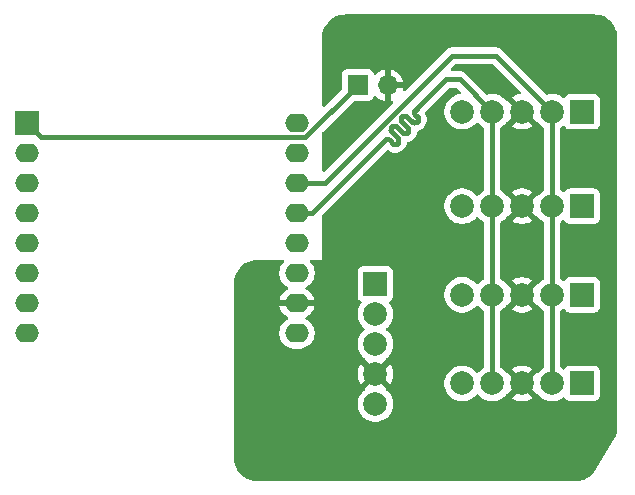
<source format=gbr>
%TF.GenerationSoftware,KiCad,Pcbnew,9.0.0*%
%TF.CreationDate,2025-04-22T12:49:47+02:00*%
%TF.ProjectId,stimawifi,7374696d-6177-4696-9669-2e6b69636164,rev?*%
%TF.SameCoordinates,Original*%
%TF.FileFunction,Copper,L1,Top*%
%TF.FilePolarity,Positive*%
%FSLAX46Y46*%
G04 Gerber Fmt 4.6, Leading zero omitted, Abs format (unit mm)*
G04 Created by KiCad (PCBNEW 9.0.0) date 2025-04-22 12:49:47*
%MOMM*%
%LPD*%
G01*
G04 APERTURE LIST*
%TA.AperFunction,ComponentPad*%
%ADD10R,2.000000X2.000000*%
%TD*%
%TA.AperFunction,ComponentPad*%
%ADD11C,2.000000*%
%TD*%
%TA.AperFunction,ComponentPad*%
%ADD12O,2.000000X1.600000*%
%TD*%
%TA.AperFunction,ComponentPad*%
%ADD13R,1.700000X1.700000*%
%TD*%
%TA.AperFunction,ComponentPad*%
%ADD14O,1.700000X1.700000*%
%TD*%
%TA.AperFunction,Conductor*%
%ADD15C,0.406400*%
%TD*%
G04 APERTURE END LIST*
D10*
%TO.P,J5,1,Pin_1*%
%TO.N,enc CLK*%
X182000000Y-74840000D03*
D11*
%TO.P,J5,2,Pin_2*%
%TO.N,enc A*%
X182000000Y-77380000D03*
%TO.P,J5,3,Pin_3*%
%TO.N,enc B*%
X182000000Y-79920000D03*
%TO.P,J5,4,Pin_4*%
%TO.N,GND*%
X182000000Y-82460000D03*
%TO.P,J5,5,Pin_5*%
%TO.N,5v*%
X182000000Y-85000000D03*
%TD*%
D10*
%TO.P,U1,1,~{RST}*%
%TO.N,Net-(J8-Pin_1)*%
X152500000Y-61220000D03*
D12*
%TO.P,U1,2,A0*%
%TO.N,enc CLK*%
X152500000Y-63760000D03*
%TO.P,U1,3,D0*%
%TO.N,unconnected-(U1-D0-Pad3)*%
X152500000Y-66300000D03*
%TO.P,U1,4,SCK/D5*%
%TO.N,unconnected-(U1-SCK{slash}D5-Pad4)*%
X152500000Y-68840000D03*
%TO.P,U1,5,MISO/D6*%
%TO.N,unconnected-(U1-MISO{slash}D6-Pad5)*%
X152500000Y-71380000D03*
%TO.P,U1,6,MOSI/D7*%
%TO.N,unconnected-(U1-MOSI{slash}D7-Pad6)*%
X152500000Y-73920000D03*
%TO.P,U1,7,CS/D8*%
%TO.N,unconnected-(U1-CS{slash}D8-Pad7)*%
X152500000Y-76460000D03*
%TO.P,U1,8,3V3*%
%TO.N,3v3*%
X152500000Y-79000000D03*
%TO.P,U1,9,5V*%
%TO.N,5v*%
X175360000Y-79000000D03*
%TO.P,U1,10,GND*%
%TO.N,GND*%
X175360000Y-76460000D03*
%TO.P,U1,11,D4*%
%TO.N,unconnected-(U1-D4-Pad11)*%
X175360000Y-73920000D03*
%TO.P,U1,12,D3*%
%TO.N,unconnected-(U1-D3-Pad12)*%
X175360000Y-71380000D03*
%TO.P,U1,13,SDA/D2*%
%TO.N,SDA*%
X175360000Y-68840000D03*
%TO.P,U1,14,SCL/D1*%
%TO.N,SCL*%
X175360000Y-66300000D03*
%TO.P,U1,15,RX*%
%TO.N,enc B*%
X175360000Y-63760000D03*
%TO.P,U1,16,TX*%
%TO.N,enc A*%
X175360000Y-61220000D03*
%TD*%
D10*
%TO.P,J4,1,Pin_1*%
%TO.N,3v3*%
X199500000Y-60250000D03*
D11*
%TO.P,J4,2,Pin_2*%
%TO.N,SCL*%
X196960000Y-60250000D03*
%TO.P,J4,3,Pin_3*%
%TO.N,GND*%
X194420000Y-60250000D03*
%TO.P,J4,4,Pin_4*%
%TO.N,SDA*%
X191880000Y-60250000D03*
%TO.P,J4,5,Pin_5*%
%TO.N,5v*%
X189340000Y-60250000D03*
%TD*%
D13*
%TO.P,J8,1,Pin_1*%
%TO.N,Net-(J8-Pin_1)*%
X180500000Y-58000000D03*
D14*
%TO.P,J8,2,Pin_2*%
%TO.N,GND*%
X183040000Y-58000000D03*
%TD*%
D10*
%TO.P,J3,1,Pin_1*%
%TO.N,3v3*%
X199500000Y-68250000D03*
D11*
%TO.P,J3,2,Pin_2*%
%TO.N,SCL*%
X196960000Y-68250000D03*
%TO.P,J3,3,Pin_3*%
%TO.N,GND*%
X194420000Y-68250000D03*
%TO.P,J3,4,Pin_4*%
%TO.N,SDA*%
X191880000Y-68250000D03*
%TO.P,J3,5,Pin_5*%
%TO.N,5v*%
X189340000Y-68250000D03*
%TD*%
D10*
%TO.P,J1,1,Pin_1*%
%TO.N,3v3*%
X199500000Y-83250000D03*
D11*
%TO.P,J1,2,Pin_2*%
%TO.N,SCL*%
X196960000Y-83250000D03*
%TO.P,J1,3,Pin_3*%
%TO.N,GND*%
X194420000Y-83250000D03*
%TO.P,J1,4,Pin_4*%
%TO.N,SDA*%
X191880000Y-83250000D03*
%TO.P,J1,5,Pin_5*%
%TO.N,5v*%
X189340000Y-83250000D03*
%TD*%
D10*
%TO.P,J2,1,Pin_1*%
%TO.N,3v3*%
X199500000Y-75750000D03*
D11*
%TO.P,J2,2,Pin_2*%
%TO.N,SCL*%
X196960000Y-75750000D03*
%TO.P,J2,3,Pin_3*%
%TO.N,GND*%
X194420000Y-75750000D03*
%TO.P,J2,4,Pin_4*%
%TO.N,SDA*%
X191880000Y-75750000D03*
%TO.P,J2,5,Pin_5*%
%TO.N,5v*%
X189340000Y-75750000D03*
%TD*%
D15*
%TO.N,SDA*%
X185431010Y-60068989D02*
X185633864Y-59866136D01*
X185633864Y-59866136D02*
X188000000Y-57500000D01*
X185495000Y-61162074D02*
X185580758Y-61076315D01*
X185580758Y-60733283D02*
X185345251Y-60497776D01*
X184916462Y-60926568D02*
X185151968Y-61162074D01*
X183887368Y-61612635D02*
X183887366Y-61612634D01*
X184172472Y-60752792D02*
X184313896Y-60611369D01*
X183630088Y-62212939D02*
X183458573Y-62041424D01*
X191880000Y-75750000D02*
X191880000Y-83250000D01*
X176660000Y-68840000D02*
X182858270Y-62641730D01*
X184689592Y-62071828D02*
X184775350Y-61986069D01*
X183314891Y-61610373D02*
X183456315Y-61468950D01*
X183930820Y-62513671D02*
X183630088Y-62212939D01*
X184744949Y-60755054D02*
X184744947Y-60755053D01*
X184775350Y-61643037D02*
X184316155Y-61183842D01*
X183845063Y-62942461D02*
X183930820Y-62856703D01*
X185345251Y-60154745D02*
X185431010Y-60068989D01*
X175360000Y-68840000D02*
X176660000Y-68840000D01*
X184316155Y-61183842D02*
X184316156Y-61183844D01*
X184744947Y-60755053D02*
X184916462Y-60926568D01*
X183887366Y-61612634D02*
X184346560Y-62071828D01*
X183458573Y-62041424D02*
X183458575Y-62041425D01*
X191880000Y-68250000D02*
X191880000Y-75750000D01*
X184316156Y-61183844D02*
X184172472Y-61040160D01*
X184601264Y-60611369D02*
X184744949Y-60755054D01*
X188000000Y-57500000D02*
X189130000Y-57500000D01*
X189130000Y-57500000D02*
X191880000Y-60250000D01*
X183201301Y-62641730D02*
X183502032Y-62942461D01*
X183743683Y-61468950D02*
X183887368Y-61612635D01*
X191880000Y-60250000D02*
X191880000Y-68250000D01*
X183458575Y-62041425D02*
X183314891Y-61897741D01*
X184346560Y-62071828D02*
G75*
G03*
X184689592Y-62071828I171516J171517D01*
G01*
X183456315Y-61468950D02*
G75*
G02*
X183743683Y-61468950I143684J-143684D01*
G01*
X183502032Y-62942461D02*
G75*
G03*
X183845063Y-62942462I171516J171516D01*
G01*
X185580758Y-61076315D02*
G75*
G03*
X185580757Y-60733284I-171558J171515D01*
G01*
X185151968Y-61162074D02*
G75*
G03*
X185495000Y-61162074I171516J171517D01*
G01*
X183314891Y-61897741D02*
G75*
G02*
X183314934Y-61610416I143709J143641D01*
G01*
X182858270Y-62641730D02*
G75*
G02*
X183201301Y-62641729I171516J-171516D01*
G01*
X184172472Y-61040160D02*
G75*
G02*
X184172496Y-60752816I143728J143660D01*
G01*
X184313896Y-60611369D02*
G75*
G02*
X184601264Y-60611369I143684J-143684D01*
G01*
X185345251Y-60497776D02*
G75*
G02*
X185345290Y-60154784I171549J171476D01*
G01*
X184775350Y-61986069D02*
G75*
G03*
X184775303Y-61643084I-171550J171469D01*
G01*
X183930820Y-62856703D02*
G75*
G03*
X183930807Y-62513684I-171520J171503D01*
G01*
%TO.N,SCL*%
X188500000Y-55500000D02*
X192210000Y-55500000D01*
X196960000Y-68250000D02*
X196960000Y-60250000D01*
X177700000Y-66300000D02*
X188500000Y-55500000D01*
X196960000Y-75750000D02*
X196960000Y-68250000D01*
X192210000Y-55500000D02*
X196960000Y-60250000D01*
X175360000Y-66300000D02*
X177700000Y-66300000D01*
X196960000Y-83250000D02*
X196960000Y-75750000D01*
%TO.N,Net-(J8-Pin_1)*%
X176075800Y-62424200D02*
X180500000Y-58000000D01*
X153704200Y-62424200D02*
X176075800Y-62424200D01*
X152500000Y-61220000D02*
X153704200Y-62424200D01*
%TD*%
%TA.AperFunction,Conductor*%
%TO.N,GND*%
G36*
X200504418Y-52000316D02*
G01*
X200775790Y-52019724D01*
X200793291Y-52022241D01*
X201054803Y-52079129D01*
X201071762Y-52084108D01*
X201322524Y-52177638D01*
X201338616Y-52184987D01*
X201573501Y-52313244D01*
X201588375Y-52322802D01*
X201802624Y-52483188D01*
X201815994Y-52494774D01*
X202005225Y-52684005D01*
X202016811Y-52697375D01*
X202177193Y-52911619D01*
X202186758Y-52926503D01*
X202315011Y-53161382D01*
X202322361Y-53177475D01*
X202415888Y-53428229D01*
X202420872Y-53445205D01*
X202477757Y-53706702D01*
X202480275Y-53724214D01*
X202499684Y-53995581D01*
X202500000Y-54004427D01*
X202500000Y-86941844D01*
X202499717Y-86950214D01*
X202482340Y-87207051D01*
X202480085Y-87223639D01*
X202429119Y-87471677D01*
X202424651Y-87487810D01*
X202340736Y-87726733D01*
X202334135Y-87742117D01*
X202216892Y-87971295D01*
X202212828Y-87978617D01*
X200684954Y-90525076D01*
X200679975Y-90532722D01*
X200518410Y-90761920D01*
X200506836Y-90776012D01*
X200316562Y-90975719D01*
X200303045Y-90987962D01*
X200085531Y-91157607D01*
X200070366Y-91167734D01*
X199830324Y-91303643D01*
X199813838Y-91311436D01*
X199556471Y-91410666D01*
X199539020Y-91415958D01*
X199269869Y-91476370D01*
X199251830Y-91479044D01*
X198972176Y-91499664D01*
X198963058Y-91500000D01*
X172005113Y-91500000D01*
X171996259Y-91499683D01*
X171724666Y-91480240D01*
X171707139Y-91477718D01*
X171445417Y-91420733D01*
X171428428Y-91415740D01*
X171177490Y-91322056D01*
X171161386Y-91314694D01*
X170926355Y-91186225D01*
X170911463Y-91176644D01*
X170697127Y-91016006D01*
X170683752Y-91004402D01*
X170494481Y-90814872D01*
X170482898Y-90801485D01*
X170322552Y-90586925D01*
X170312991Y-90572020D01*
X170289548Y-90528992D01*
X170184838Y-90336805D01*
X170177501Y-90320695D01*
X170084161Y-90069627D01*
X170079194Y-90052639D01*
X170022566Y-89790832D01*
X170020070Y-89773323D01*
X170000998Y-89501673D01*
X170000695Y-89492820D01*
X170007024Y-84876866D01*
X170008054Y-84125618D01*
X170020873Y-74775397D01*
X170021199Y-74766613D01*
X170040946Y-74495493D01*
X170043483Y-74478007D01*
X170057146Y-74415553D01*
X170100627Y-74216796D01*
X170105620Y-74199860D01*
X170199327Y-73949428D01*
X170206676Y-73933374D01*
X170335044Y-73698797D01*
X170344605Y-73683948D01*
X170505017Y-73470014D01*
X170516587Y-73456681D01*
X170705788Y-73267730D01*
X170719143Y-73256172D01*
X170933292Y-73096037D01*
X170948136Y-73086507D01*
X171182889Y-72958444D01*
X171198942Y-72951120D01*
X171449513Y-72857738D01*
X171466444Y-72852770D01*
X171727746Y-72795964D01*
X171745224Y-72793453D01*
X172016367Y-72774063D01*
X172025161Y-72773748D01*
X174167818Y-72773628D01*
X174234858Y-72793309D01*
X174280615Y-72846110D01*
X174290563Y-72915268D01*
X174261541Y-72978825D01*
X174255506Y-72985309D01*
X174168027Y-73072788D01*
X174047715Y-73238386D01*
X173954781Y-73420776D01*
X173891522Y-73615465D01*
X173859500Y-73817648D01*
X173859500Y-74022351D01*
X173891522Y-74224534D01*
X173954781Y-74419223D01*
X174002911Y-74513682D01*
X174029629Y-74566119D01*
X174047715Y-74601613D01*
X174168028Y-74767213D01*
X174312786Y-74911971D01*
X174467749Y-75024556D01*
X174478390Y-75032287D01*
X174550424Y-75068990D01*
X174571629Y-75079795D01*
X174622425Y-75127770D01*
X174639220Y-75195591D01*
X174616682Y-75261726D01*
X174571629Y-75300765D01*
X174478650Y-75348140D01*
X174313105Y-75468417D01*
X174313104Y-75468417D01*
X174168417Y-75613104D01*
X174168417Y-75613105D01*
X174048140Y-75778650D01*
X173955244Y-75960970D01*
X173892009Y-76155586D01*
X173883391Y-76210000D01*
X174984722Y-76210000D01*
X174940667Y-76286306D01*
X174910000Y-76400756D01*
X174910000Y-76519244D01*
X174940667Y-76633694D01*
X174984722Y-76710000D01*
X173883391Y-76710000D01*
X173892009Y-76764413D01*
X173955244Y-76959029D01*
X174048140Y-77141349D01*
X174168417Y-77306894D01*
X174168417Y-77306895D01*
X174313104Y-77451582D01*
X174478652Y-77571861D01*
X174571628Y-77619234D01*
X174622425Y-77667208D01*
X174639220Y-77735029D01*
X174616683Y-77801164D01*
X174571630Y-77840203D01*
X174478388Y-77887713D01*
X174312786Y-78008028D01*
X174168028Y-78152786D01*
X174047715Y-78318386D01*
X173954781Y-78500776D01*
X173891522Y-78695465D01*
X173859500Y-78897648D01*
X173859500Y-79102351D01*
X173891522Y-79304534D01*
X173954781Y-79499223D01*
X174047715Y-79681613D01*
X174168028Y-79847213D01*
X174312786Y-79991971D01*
X174467749Y-80104556D01*
X174478390Y-80112287D01*
X174594607Y-80171503D01*
X174660776Y-80205218D01*
X174660778Y-80205218D01*
X174660781Y-80205220D01*
X174765137Y-80239127D01*
X174855465Y-80268477D01*
X174956557Y-80284488D01*
X175057648Y-80300500D01*
X175057649Y-80300500D01*
X175662351Y-80300500D01*
X175662352Y-80300500D01*
X175864534Y-80268477D01*
X176059219Y-80205220D01*
X176241610Y-80112287D01*
X176343725Y-80038097D01*
X176407213Y-79991971D01*
X176407215Y-79991968D01*
X176407219Y-79991966D01*
X176551966Y-79847219D01*
X176551968Y-79847215D01*
X176551971Y-79847213D01*
X176604732Y-79774590D01*
X176672287Y-79681610D01*
X176765220Y-79499219D01*
X176828477Y-79304534D01*
X176860500Y-79102352D01*
X176860500Y-78897648D01*
X176828477Y-78695466D01*
X176765220Y-78500781D01*
X176765218Y-78500778D01*
X176765218Y-78500776D01*
X176731503Y-78434607D01*
X176672287Y-78318390D01*
X176664556Y-78307749D01*
X176551971Y-78152786D01*
X176407213Y-78008028D01*
X176241611Y-77887713D01*
X176148369Y-77840203D01*
X176097574Y-77792229D01*
X176080779Y-77724407D01*
X176103317Y-77658273D01*
X176148371Y-77619234D01*
X176241347Y-77571861D01*
X176406894Y-77451582D01*
X176406895Y-77451582D01*
X176551582Y-77306895D01*
X176551582Y-77306894D01*
X176671859Y-77141349D01*
X176764755Y-76959029D01*
X176827990Y-76764413D01*
X176836609Y-76710000D01*
X175735278Y-76710000D01*
X175779333Y-76633694D01*
X175810000Y-76519244D01*
X175810000Y-76400756D01*
X175779333Y-76286306D01*
X175735278Y-76210000D01*
X176836609Y-76210000D01*
X176827990Y-76155586D01*
X176764755Y-75960970D01*
X176671859Y-75778650D01*
X176551582Y-75613105D01*
X176551582Y-75613104D01*
X176406895Y-75468417D01*
X176241349Y-75348140D01*
X176148370Y-75300765D01*
X176097574Y-75252790D01*
X176080779Y-75184969D01*
X176103316Y-75118835D01*
X176148370Y-75079795D01*
X176241610Y-75032287D01*
X176336196Y-74963567D01*
X176407213Y-74911971D01*
X176407215Y-74911968D01*
X176407219Y-74911966D01*
X176551966Y-74767219D01*
X176551968Y-74767215D01*
X176551971Y-74767213D01*
X176629881Y-74659977D01*
X176672287Y-74601610D01*
X176765220Y-74419219D01*
X176828477Y-74224534D01*
X176860500Y-74022352D01*
X176860500Y-73817648D01*
X176856459Y-73792135D01*
X180499500Y-73792135D01*
X180499500Y-75887870D01*
X180499501Y-75887876D01*
X180505908Y-75947483D01*
X180556202Y-76082328D01*
X180556206Y-76082335D01*
X180642452Y-76197544D01*
X180642455Y-76197547D01*
X180757664Y-76283793D01*
X180765454Y-76288047D01*
X180763646Y-76291357D01*
X180805351Y-76322449D01*
X180829897Y-76387865D01*
X180815180Y-76456167D01*
X180806549Y-76469840D01*
X180716659Y-76593563D01*
X180609433Y-76804003D01*
X180536446Y-77028631D01*
X180499500Y-77261902D01*
X180499500Y-77498097D01*
X180536446Y-77731368D01*
X180609433Y-77955996D01*
X180716657Y-78166433D01*
X180855483Y-78357510D01*
X181022490Y-78524517D01*
X181057127Y-78549683D01*
X181099792Y-78605013D01*
X181105771Y-78674626D01*
X181073165Y-78736421D01*
X181057130Y-78750315D01*
X181039365Y-78763222D01*
X181022488Y-78775484D01*
X180855485Y-78942487D01*
X180855485Y-78942488D01*
X180855483Y-78942490D01*
X180795862Y-79024550D01*
X180716657Y-79133566D01*
X180609433Y-79344003D01*
X180536446Y-79568631D01*
X180499500Y-79801902D01*
X180499500Y-80038097D01*
X180536446Y-80271368D01*
X180609433Y-80495996D01*
X180716657Y-80706433D01*
X180855483Y-80897510D01*
X181022490Y-81064517D01*
X181081716Y-81107547D01*
X181124381Y-81162875D01*
X181132448Y-81217593D01*
X181130893Y-81237340D01*
X181788941Y-81895387D01*
X181768409Y-81900889D01*
X181631592Y-81979881D01*
X181519881Y-82091592D01*
X181440889Y-82228409D01*
X181435387Y-82248940D01*
X180777340Y-81590894D01*
X180717084Y-81673830D01*
X180609897Y-81884197D01*
X180536934Y-82108752D01*
X180500000Y-82341947D01*
X180500000Y-82578052D01*
X180536934Y-82811247D01*
X180609897Y-83035802D01*
X180717087Y-83246174D01*
X180777338Y-83329104D01*
X180777340Y-83329105D01*
X181435387Y-82671058D01*
X181440889Y-82691591D01*
X181519881Y-82828408D01*
X181631592Y-82940119D01*
X181768409Y-83019111D01*
X181788940Y-83024612D01*
X181130893Y-83682658D01*
X181132448Y-83702405D01*
X181118084Y-83770783D01*
X181081717Y-83812451D01*
X181022490Y-83855482D01*
X180855485Y-84022487D01*
X180855485Y-84022488D01*
X180855483Y-84022490D01*
X180845353Y-84036433D01*
X180716657Y-84213566D01*
X180609433Y-84424003D01*
X180536446Y-84648631D01*
X180499500Y-84881902D01*
X180499500Y-85118097D01*
X180536446Y-85351368D01*
X180609433Y-85575996D01*
X180716657Y-85786433D01*
X180855483Y-85977510D01*
X181022490Y-86144517D01*
X181213567Y-86283343D01*
X181312991Y-86334002D01*
X181424003Y-86390566D01*
X181424005Y-86390566D01*
X181424008Y-86390568D01*
X181544412Y-86429689D01*
X181648631Y-86463553D01*
X181881903Y-86500500D01*
X181881908Y-86500500D01*
X182118097Y-86500500D01*
X182351368Y-86463553D01*
X182575992Y-86390568D01*
X182786433Y-86283343D01*
X182977510Y-86144517D01*
X183144517Y-85977510D01*
X183283343Y-85786433D01*
X183390568Y-85575992D01*
X183463553Y-85351368D01*
X183500500Y-85118097D01*
X183500500Y-84881902D01*
X183463553Y-84648631D01*
X183412769Y-84492335D01*
X183390568Y-84424008D01*
X183390566Y-84424005D01*
X183390566Y-84424003D01*
X183290448Y-84227512D01*
X183283343Y-84213567D01*
X183144517Y-84022490D01*
X182977510Y-83855483D01*
X182918282Y-83812451D01*
X182875617Y-83757122D01*
X182867550Y-83702404D01*
X182869104Y-83682657D01*
X182211058Y-83024612D01*
X182231591Y-83019111D01*
X182368408Y-82940119D01*
X182480119Y-82828408D01*
X182559111Y-82691591D01*
X182564612Y-82671059D01*
X183222658Y-83329105D01*
X183222658Y-83329104D01*
X183282914Y-83246169D01*
X183282918Y-83246163D01*
X183390102Y-83035802D01*
X183463065Y-82811247D01*
X183500000Y-82578052D01*
X183500000Y-82341947D01*
X183463065Y-82108752D01*
X183390102Y-81884197D01*
X183282914Y-81673828D01*
X183222658Y-81590894D01*
X183222658Y-81590893D01*
X182564612Y-82248940D01*
X182559111Y-82228409D01*
X182480119Y-82091592D01*
X182368408Y-81979881D01*
X182231591Y-81900889D01*
X182211059Y-81895387D01*
X182869105Y-81237340D01*
X182867551Y-81217594D01*
X182881915Y-81149216D01*
X182918284Y-81107547D01*
X182977510Y-81064517D01*
X183144517Y-80897510D01*
X183283343Y-80706433D01*
X183390568Y-80495992D01*
X183463553Y-80271368D01*
X183488749Y-80112287D01*
X183500500Y-80038097D01*
X183500500Y-79801902D01*
X183463553Y-79568631D01*
X183390566Y-79344003D01*
X183283342Y-79133566D01*
X183144517Y-78942490D01*
X182977510Y-78775483D01*
X182942872Y-78750317D01*
X182900207Y-78694989D01*
X182894228Y-78625375D01*
X182926833Y-78563580D01*
X182942873Y-78549682D01*
X182977510Y-78524517D01*
X183144517Y-78357510D01*
X183283343Y-78166433D01*
X183390568Y-77955992D01*
X183463553Y-77731368D01*
X183475130Y-77658273D01*
X183500500Y-77498097D01*
X183500500Y-77261902D01*
X183463553Y-77028631D01*
X183390566Y-76804003D01*
X183321413Y-76668283D01*
X183283343Y-76593567D01*
X183193449Y-76469839D01*
X183169970Y-76404035D01*
X183185795Y-76335981D01*
X183234744Y-76288410D01*
X183234546Y-76288047D01*
X183235851Y-76287334D01*
X183235901Y-76287286D01*
X183236111Y-76287192D01*
X183242326Y-76283797D01*
X183242331Y-76283796D01*
X183357546Y-76197546D01*
X183443796Y-76082331D01*
X183494091Y-75947483D01*
X183500500Y-75887873D01*
X183500499Y-73792128D01*
X183494091Y-73732517D01*
X183481514Y-73698797D01*
X183443797Y-73597671D01*
X183443793Y-73597664D01*
X183357547Y-73482455D01*
X183357544Y-73482452D01*
X183242335Y-73396206D01*
X183242328Y-73396202D01*
X183107482Y-73345908D01*
X183107483Y-73345908D01*
X183047883Y-73339501D01*
X183047881Y-73339500D01*
X183047873Y-73339500D01*
X183047864Y-73339500D01*
X180952129Y-73339500D01*
X180952123Y-73339501D01*
X180892516Y-73345908D01*
X180757671Y-73396202D01*
X180757664Y-73396206D01*
X180642455Y-73482452D01*
X180642452Y-73482455D01*
X180556206Y-73597664D01*
X180556202Y-73597671D01*
X180505908Y-73732517D01*
X180499501Y-73792116D01*
X180499501Y-73792123D01*
X180499500Y-73792135D01*
X176856459Y-73792135D01*
X176828477Y-73615466D01*
X176822694Y-73597669D01*
X176781217Y-73470014D01*
X176765220Y-73420781D01*
X176765218Y-73420778D01*
X176765218Y-73420776D01*
X176681347Y-73256172D01*
X176672287Y-73238390D01*
X176664556Y-73227749D01*
X176551971Y-73072786D01*
X176464361Y-72985176D01*
X176430876Y-72923853D01*
X176435860Y-72854161D01*
X176477732Y-72798228D01*
X176543196Y-72773811D01*
X176552017Y-72773495D01*
X177500000Y-72773443D01*
X177500000Y-69046543D01*
X177519685Y-68979504D01*
X177536319Y-68958862D01*
X180092829Y-66402352D01*
X182950360Y-63544820D01*
X183011681Y-63511337D01*
X183081373Y-63516321D01*
X183109162Y-63530928D01*
X183198606Y-63593557D01*
X183198608Y-63593558D01*
X183198611Y-63593560D01*
X183348671Y-63663534D01*
X183508603Y-63706388D01*
X183640558Y-63717932D01*
X183673546Y-63720819D01*
X183673547Y-63720819D01*
X183673549Y-63720819D01*
X183694927Y-63718948D01*
X183838490Y-63706389D01*
X183998422Y-63663535D01*
X184148483Y-63593561D01*
X184284113Y-63498592D01*
X184287788Y-63494917D01*
X184293644Y-63489060D01*
X184293649Y-63489058D01*
X184342653Y-63440053D01*
X184365957Y-63416747D01*
X184365991Y-63416719D01*
X184372370Y-63410339D01*
X184372374Y-63410337D01*
X184392103Y-63390604D01*
X184392164Y-63390571D01*
X184428449Y-63354282D01*
X184486985Y-63295740D01*
X184581948Y-63160106D01*
X184651916Y-63010042D01*
X184681287Y-62900409D01*
X184717648Y-62840749D01*
X184768969Y-62812724D01*
X184814015Y-62800654D01*
X184842937Y-62792906D01*
X184842939Y-62792905D01*
X184842951Y-62792902D01*
X184993012Y-62722928D01*
X185128642Y-62627959D01*
X185132317Y-62624284D01*
X185138173Y-62618427D01*
X185138178Y-62618425D01*
X185187182Y-62569420D01*
X185211893Y-62544708D01*
X185212134Y-62544495D01*
X185217003Y-62539622D01*
X185217007Y-62539621D01*
X185236695Y-62519922D01*
X185236896Y-62519813D01*
X185273104Y-62483588D01*
X185273105Y-62483589D01*
X185331628Y-62425041D01*
X185426562Y-62289399D01*
X185496503Y-62139334D01*
X185539327Y-61979405D01*
X185539327Y-61979399D01*
X185540144Y-61976350D01*
X185576498Y-61916684D01*
X185627833Y-61888648D01*
X185648345Y-61883152D01*
X185648347Y-61883151D01*
X185648359Y-61883148D01*
X185798420Y-61813174D01*
X185934050Y-61718205D01*
X185938702Y-61713553D01*
X185943581Y-61708673D01*
X185943586Y-61708671D01*
X185992590Y-61659666D01*
X186016837Y-61635417D01*
X186016953Y-61635317D01*
X186022350Y-61629918D01*
X186022354Y-61629916D01*
X186076335Y-61575919D01*
X186127360Y-61524895D01*
X186127361Y-61524892D01*
X186132010Y-61520244D01*
X186132091Y-61520152D01*
X186136938Y-61515306D01*
X186231882Y-61379683D01*
X186301837Y-61229635D01*
X186344679Y-61069721D01*
X186344679Y-61069720D01*
X186344680Y-61069717D01*
X186359105Y-60904801D01*
X186359105Y-60904793D01*
X186344679Y-60739877D01*
X186339563Y-60720781D01*
X186301835Y-60579959D01*
X186231879Y-60429912D01*
X186222936Y-60417137D01*
X186200615Y-60350932D01*
X186217631Y-60283166D01*
X186236833Y-60258348D01*
X188255163Y-58240019D01*
X188316486Y-58206534D01*
X188342844Y-58203700D01*
X188787156Y-58203700D01*
X188854195Y-58223385D01*
X188874837Y-58240019D01*
X189190027Y-58555209D01*
X189223512Y-58616532D01*
X189218528Y-58686224D01*
X189176656Y-58742157D01*
X189121745Y-58765363D01*
X188988630Y-58786447D01*
X188764003Y-58859433D01*
X188553566Y-58966657D01*
X188486404Y-59015454D01*
X188362490Y-59105483D01*
X188362488Y-59105485D01*
X188362487Y-59105485D01*
X188195485Y-59272487D01*
X188195485Y-59272488D01*
X188195483Y-59272490D01*
X188143462Y-59344091D01*
X188056657Y-59463566D01*
X187949433Y-59674003D01*
X187876446Y-59898631D01*
X187839500Y-60131902D01*
X187839500Y-60368097D01*
X187876446Y-60601368D01*
X187949433Y-60825996D01*
X187989587Y-60904801D01*
X188056657Y-61036433D01*
X188195483Y-61227510D01*
X188362490Y-61394517D01*
X188553567Y-61533343D01*
X188636299Y-61575497D01*
X188764003Y-61640566D01*
X188764005Y-61640566D01*
X188764008Y-61640568D01*
X188884412Y-61679689D01*
X188988631Y-61713553D01*
X189221903Y-61750500D01*
X189221908Y-61750500D01*
X189458097Y-61750500D01*
X189691368Y-61713553D01*
X189706393Y-61708671D01*
X189915992Y-61640568D01*
X190126433Y-61533343D01*
X190317510Y-61394517D01*
X190484517Y-61227510D01*
X190509682Y-61192872D01*
X190565011Y-61150207D01*
X190634625Y-61144228D01*
X190696420Y-61176833D01*
X190710315Y-61192870D01*
X190735483Y-61227510D01*
X190902490Y-61394517D01*
X191093567Y-61533343D01*
X191108595Y-61541000D01*
X191159390Y-61588971D01*
X191176300Y-61651484D01*
X191176300Y-66848514D01*
X191156615Y-66915553D01*
X191108599Y-66958996D01*
X191093572Y-66966653D01*
X191092979Y-66967084D01*
X190902490Y-67105483D01*
X190902488Y-67105485D01*
X190902487Y-67105485D01*
X190735484Y-67272488D01*
X190710318Y-67307127D01*
X190654987Y-67349792D01*
X190585374Y-67355771D01*
X190523579Y-67323165D01*
X190509682Y-67307127D01*
X190498667Y-67291966D01*
X190484517Y-67272490D01*
X190317510Y-67105483D01*
X190126433Y-66966657D01*
X190126425Y-66966653D01*
X189915996Y-66859433D01*
X189691368Y-66786446D01*
X189458097Y-66749500D01*
X189458092Y-66749500D01*
X189221908Y-66749500D01*
X189221903Y-66749500D01*
X188988631Y-66786446D01*
X188764003Y-66859433D01*
X188553566Y-66966657D01*
X188486404Y-67015454D01*
X188362490Y-67105483D01*
X188362488Y-67105485D01*
X188362487Y-67105485D01*
X188195485Y-67272487D01*
X188195485Y-67272488D01*
X188195483Y-67272490D01*
X188152452Y-67331717D01*
X188056657Y-67463566D01*
X187949433Y-67674003D01*
X187876446Y-67898631D01*
X187839500Y-68131902D01*
X187839500Y-68368097D01*
X187876446Y-68601368D01*
X187949433Y-68825996D01*
X188027650Y-68979504D01*
X188056657Y-69036433D01*
X188195483Y-69227510D01*
X188362490Y-69394517D01*
X188553567Y-69533343D01*
X188573896Y-69543701D01*
X188764003Y-69640566D01*
X188764005Y-69640566D01*
X188764008Y-69640568D01*
X188884412Y-69679689D01*
X188988631Y-69713553D01*
X189221903Y-69750500D01*
X189221908Y-69750500D01*
X189458097Y-69750500D01*
X189691368Y-69713553D01*
X189692870Y-69713065D01*
X189915992Y-69640568D01*
X190126433Y-69533343D01*
X190317510Y-69394517D01*
X190484517Y-69227510D01*
X190509682Y-69192872D01*
X190565011Y-69150207D01*
X190634625Y-69144228D01*
X190696420Y-69176833D01*
X190710315Y-69192870D01*
X190735483Y-69227510D01*
X190902490Y-69394517D01*
X191093567Y-69533343D01*
X191108595Y-69541000D01*
X191159390Y-69588971D01*
X191176300Y-69651484D01*
X191176300Y-74348514D01*
X191156615Y-74415553D01*
X191108599Y-74458996D01*
X191093572Y-74466653D01*
X191092979Y-74467084D01*
X190902490Y-74605483D01*
X190902488Y-74605485D01*
X190902487Y-74605485D01*
X190735484Y-74772488D01*
X190710318Y-74807127D01*
X190654987Y-74849792D01*
X190585374Y-74855771D01*
X190523579Y-74823165D01*
X190509682Y-74807127D01*
X190486629Y-74775397D01*
X190484517Y-74772490D01*
X190317510Y-74605483D01*
X190126433Y-74466657D01*
X190126425Y-74466653D01*
X189915996Y-74359433D01*
X189691368Y-74286446D01*
X189458097Y-74249500D01*
X189458092Y-74249500D01*
X189221908Y-74249500D01*
X189221903Y-74249500D01*
X188988631Y-74286446D01*
X188764003Y-74359433D01*
X188553566Y-74466657D01*
X188486404Y-74515454D01*
X188362490Y-74605483D01*
X188362488Y-74605485D01*
X188362487Y-74605485D01*
X188195485Y-74772487D01*
X188195485Y-74772488D01*
X188195483Y-74772490D01*
X188152452Y-74831717D01*
X188056657Y-74963566D01*
X187949433Y-75174003D01*
X187876446Y-75398631D01*
X187839500Y-75631902D01*
X187839500Y-75868097D01*
X187876446Y-76101368D01*
X187949433Y-76325996D01*
X188047899Y-76519244D01*
X188056657Y-76536433D01*
X188195483Y-76727510D01*
X188362490Y-76894517D01*
X188553567Y-77033343D01*
X188636299Y-77075497D01*
X188764003Y-77140566D01*
X188764005Y-77140566D01*
X188764008Y-77140568D01*
X188884412Y-77179689D01*
X188988631Y-77213553D01*
X189221903Y-77250500D01*
X189221908Y-77250500D01*
X189458097Y-77250500D01*
X189691368Y-77213553D01*
X189692870Y-77213065D01*
X189915992Y-77140568D01*
X190126433Y-77033343D01*
X190317510Y-76894517D01*
X190484517Y-76727510D01*
X190509682Y-76692872D01*
X190565011Y-76650207D01*
X190634625Y-76644228D01*
X190696420Y-76676833D01*
X190710315Y-76692870D01*
X190735483Y-76727510D01*
X190902490Y-76894517D01*
X191093567Y-77033343D01*
X191108595Y-77041000D01*
X191159390Y-77088971D01*
X191176300Y-77151484D01*
X191176300Y-81848514D01*
X191156615Y-81915553D01*
X191108599Y-81958996D01*
X191093572Y-81966653D01*
X191037126Y-82007664D01*
X190902490Y-82105483D01*
X190902488Y-82105485D01*
X190902487Y-82105485D01*
X190735484Y-82272488D01*
X190710318Y-82307127D01*
X190654987Y-82349792D01*
X190585374Y-82355771D01*
X190523579Y-82323165D01*
X190509682Y-82307127D01*
X190484517Y-82272490D01*
X190317510Y-82105483D01*
X190126433Y-81966657D01*
X190126425Y-81966653D01*
X189915996Y-81859433D01*
X189691368Y-81786446D01*
X189458097Y-81749500D01*
X189458092Y-81749500D01*
X189221908Y-81749500D01*
X189221903Y-81749500D01*
X188988631Y-81786446D01*
X188764003Y-81859433D01*
X188553566Y-81966657D01*
X188486404Y-82015454D01*
X188362490Y-82105483D01*
X188362488Y-82105485D01*
X188362487Y-82105485D01*
X188195485Y-82272487D01*
X188195485Y-82272488D01*
X188195483Y-82272490D01*
X188152452Y-82331717D01*
X188056657Y-82463566D01*
X187949433Y-82674003D01*
X187876446Y-82898631D01*
X187839500Y-83131902D01*
X187839500Y-83368097D01*
X187876446Y-83601368D01*
X187949433Y-83825996D01*
X187964458Y-83855483D01*
X188056657Y-84036433D01*
X188195483Y-84227510D01*
X188362490Y-84394517D01*
X188553567Y-84533343D01*
X188652991Y-84584002D01*
X188764003Y-84640566D01*
X188764005Y-84640566D01*
X188764008Y-84640568D01*
X188884412Y-84679689D01*
X188988631Y-84713553D01*
X189221903Y-84750500D01*
X189221908Y-84750500D01*
X189458097Y-84750500D01*
X189691368Y-84713553D01*
X189692870Y-84713065D01*
X189915992Y-84640568D01*
X190126433Y-84533343D01*
X190317510Y-84394517D01*
X190484517Y-84227510D01*
X190509682Y-84192872D01*
X190565011Y-84150207D01*
X190634625Y-84144228D01*
X190696420Y-84176833D01*
X190710315Y-84192870D01*
X190735483Y-84227510D01*
X190902490Y-84394517D01*
X191093567Y-84533343D01*
X191192991Y-84584002D01*
X191304003Y-84640566D01*
X191304005Y-84640566D01*
X191304008Y-84640568D01*
X191424412Y-84679689D01*
X191528631Y-84713553D01*
X191761903Y-84750500D01*
X191761908Y-84750500D01*
X191998097Y-84750500D01*
X192231368Y-84713553D01*
X192232870Y-84713065D01*
X192455992Y-84640568D01*
X192666433Y-84533343D01*
X192857510Y-84394517D01*
X193024517Y-84227510D01*
X193071370Y-84163022D01*
X193075713Y-84158199D01*
X193100150Y-84143142D01*
X193122877Y-84125618D01*
X193130393Y-84124509D01*
X193135199Y-84121549D01*
X193148730Y-84121806D01*
X193177594Y-84117551D01*
X193197340Y-84119105D01*
X193855387Y-83461058D01*
X193860889Y-83481591D01*
X193939881Y-83618408D01*
X194051592Y-83730119D01*
X194188409Y-83809111D01*
X194208940Y-83814612D01*
X193550893Y-84472658D01*
X193633828Y-84532914D01*
X193844197Y-84640102D01*
X194068752Y-84713065D01*
X194068751Y-84713065D01*
X194301948Y-84750000D01*
X194538052Y-84750000D01*
X194771247Y-84713065D01*
X194995802Y-84640102D01*
X195206163Y-84532918D01*
X195206169Y-84532914D01*
X195289104Y-84472658D01*
X195289105Y-84472658D01*
X194631058Y-83814612D01*
X194651591Y-83809111D01*
X194788408Y-83730119D01*
X194900119Y-83618408D01*
X194979111Y-83481591D01*
X194984612Y-83461058D01*
X195642657Y-84119104D01*
X195662404Y-84117550D01*
X195730781Y-84131914D01*
X195772451Y-84168282D01*
X195815483Y-84227510D01*
X195982490Y-84394517D01*
X196173567Y-84533343D01*
X196272991Y-84584002D01*
X196384003Y-84640566D01*
X196384005Y-84640566D01*
X196384008Y-84640568D01*
X196504412Y-84679689D01*
X196608631Y-84713553D01*
X196841903Y-84750500D01*
X196841908Y-84750500D01*
X197078097Y-84750500D01*
X197311368Y-84713553D01*
X197312870Y-84713065D01*
X197535992Y-84640568D01*
X197746433Y-84533343D01*
X197870161Y-84443448D01*
X197935964Y-84419970D01*
X198004018Y-84435795D01*
X198051589Y-84484744D01*
X198051953Y-84484546D01*
X198052665Y-84485851D01*
X198052713Y-84485900D01*
X198052807Y-84486111D01*
X198056206Y-84492335D01*
X198142452Y-84607544D01*
X198142455Y-84607547D01*
X198257664Y-84693793D01*
X198257671Y-84693797D01*
X198392517Y-84744091D01*
X198392516Y-84744091D01*
X198399444Y-84744835D01*
X198452127Y-84750500D01*
X200547872Y-84750499D01*
X200607483Y-84744091D01*
X200742331Y-84693796D01*
X200857546Y-84607546D01*
X200943796Y-84492331D01*
X200994091Y-84357483D01*
X201000500Y-84297873D01*
X201000499Y-82202128D01*
X200994091Y-82142517D01*
X200981497Y-82108752D01*
X200943797Y-82007671D01*
X200943793Y-82007664D01*
X200857547Y-81892455D01*
X200857544Y-81892452D01*
X200742335Y-81806206D01*
X200742328Y-81806202D01*
X200607482Y-81755908D01*
X200607483Y-81755908D01*
X200547883Y-81749501D01*
X200547881Y-81749500D01*
X200547873Y-81749500D01*
X200547864Y-81749500D01*
X198452129Y-81749500D01*
X198452123Y-81749501D01*
X198392516Y-81755908D01*
X198257671Y-81806202D01*
X198257664Y-81806206D01*
X198142455Y-81892452D01*
X198142452Y-81892455D01*
X198056206Y-82007664D01*
X198051953Y-82015454D01*
X198048707Y-82013682D01*
X198044629Y-82019104D01*
X198033850Y-82040671D01*
X198024007Y-82046518D01*
X198017125Y-82055669D01*
X197994514Y-82064043D01*
X197973783Y-82076361D01*
X197962340Y-82075959D01*
X197951605Y-82079935D01*
X197928054Y-82074755D01*
X197903957Y-82073909D01*
X197888790Y-82066119D01*
X197883366Y-82064926D01*
X197872386Y-82058130D01*
X197871254Y-82057345D01*
X197746433Y-81966657D01*
X197723939Y-81955196D01*
X197717042Y-81950413D01*
X197700153Y-81929482D01*
X197680607Y-81911020D01*
X197678261Y-81902350D01*
X197673168Y-81896037D01*
X197670912Y-81875180D01*
X197663700Y-81848514D01*
X197663700Y-77151484D01*
X197683385Y-77084445D01*
X197731404Y-77041000D01*
X197746433Y-77033343D01*
X197870161Y-76943448D01*
X197935964Y-76919970D01*
X198004018Y-76935795D01*
X198051589Y-76984744D01*
X198051953Y-76984546D01*
X198052665Y-76985851D01*
X198052713Y-76985900D01*
X198052807Y-76986111D01*
X198056206Y-76992335D01*
X198142452Y-77107544D01*
X198142455Y-77107547D01*
X198257664Y-77193793D01*
X198257671Y-77193797D01*
X198392517Y-77244091D01*
X198392516Y-77244091D01*
X198399444Y-77244835D01*
X198452127Y-77250500D01*
X200547872Y-77250499D01*
X200607483Y-77244091D01*
X200742331Y-77193796D01*
X200857546Y-77107546D01*
X200943796Y-76992331D01*
X200994091Y-76857483D01*
X201000500Y-76797873D01*
X201000499Y-74702128D01*
X200994091Y-74642517D01*
X200980278Y-74605483D01*
X200943797Y-74507671D01*
X200943793Y-74507664D01*
X200857547Y-74392455D01*
X200857544Y-74392452D01*
X200742335Y-74306206D01*
X200742328Y-74306202D01*
X200607482Y-74255908D01*
X200607483Y-74255908D01*
X200547883Y-74249501D01*
X200547881Y-74249500D01*
X200547873Y-74249500D01*
X200547864Y-74249500D01*
X198452129Y-74249500D01*
X198452123Y-74249501D01*
X198392516Y-74255908D01*
X198257671Y-74306202D01*
X198257664Y-74306206D01*
X198142455Y-74392452D01*
X198142452Y-74392455D01*
X198056206Y-74507664D01*
X198051953Y-74515454D01*
X198048707Y-74513682D01*
X198044629Y-74519104D01*
X198033850Y-74540671D01*
X198024007Y-74546518D01*
X198017125Y-74555669D01*
X197994514Y-74564043D01*
X197973783Y-74576361D01*
X197962340Y-74575959D01*
X197951605Y-74579935D01*
X197928054Y-74574755D01*
X197903957Y-74573909D01*
X197888790Y-74566119D01*
X197883366Y-74564926D01*
X197872386Y-74558130D01*
X197871254Y-74557345D01*
X197746433Y-74466657D01*
X197723939Y-74455196D01*
X197717042Y-74450413D01*
X197700153Y-74429482D01*
X197680607Y-74411020D01*
X197678261Y-74402350D01*
X197673168Y-74396037D01*
X197670912Y-74375180D01*
X197663700Y-74348514D01*
X197663700Y-69651484D01*
X197683385Y-69584445D01*
X197731404Y-69541000D01*
X197746433Y-69533343D01*
X197870161Y-69443448D01*
X197935964Y-69419970D01*
X198004018Y-69435795D01*
X198051589Y-69484744D01*
X198051953Y-69484546D01*
X198052665Y-69485851D01*
X198052713Y-69485900D01*
X198052807Y-69486111D01*
X198056206Y-69492335D01*
X198142452Y-69607544D01*
X198142455Y-69607547D01*
X198257664Y-69693793D01*
X198257671Y-69693797D01*
X198392517Y-69744091D01*
X198392516Y-69744091D01*
X198399444Y-69744835D01*
X198452127Y-69750500D01*
X200547872Y-69750499D01*
X200607483Y-69744091D01*
X200742331Y-69693796D01*
X200857546Y-69607546D01*
X200943796Y-69492331D01*
X200994091Y-69357483D01*
X201000500Y-69297873D01*
X201000499Y-67202128D01*
X200995299Y-67153757D01*
X200994091Y-67142516D01*
X200943797Y-67007671D01*
X200943793Y-67007664D01*
X200857547Y-66892455D01*
X200857544Y-66892452D01*
X200742335Y-66806206D01*
X200742328Y-66806202D01*
X200607482Y-66755908D01*
X200607483Y-66755908D01*
X200547883Y-66749501D01*
X200547881Y-66749500D01*
X200547873Y-66749500D01*
X200547864Y-66749500D01*
X198452129Y-66749500D01*
X198452123Y-66749501D01*
X198392516Y-66755908D01*
X198257671Y-66806202D01*
X198257664Y-66806206D01*
X198142455Y-66892452D01*
X198142452Y-66892455D01*
X198056206Y-67007664D01*
X198051953Y-67015454D01*
X198048707Y-67013682D01*
X198044629Y-67019104D01*
X198033850Y-67040671D01*
X198024007Y-67046518D01*
X198017125Y-67055669D01*
X197994514Y-67064043D01*
X197973783Y-67076361D01*
X197962340Y-67075959D01*
X197951605Y-67079935D01*
X197928054Y-67074755D01*
X197903957Y-67073909D01*
X197888790Y-67066119D01*
X197883366Y-67064926D01*
X197872386Y-67058130D01*
X197871254Y-67057345D01*
X197746433Y-66966657D01*
X197723939Y-66955196D01*
X197717042Y-66950413D01*
X197700153Y-66929482D01*
X197680607Y-66911020D01*
X197678261Y-66902350D01*
X197673168Y-66896037D01*
X197670912Y-66875180D01*
X197663700Y-66848514D01*
X197663700Y-61651484D01*
X197683385Y-61584445D01*
X197731404Y-61541000D01*
X197746433Y-61533343D01*
X197870161Y-61443448D01*
X197935964Y-61419970D01*
X198004018Y-61435795D01*
X198051589Y-61484744D01*
X198051953Y-61484546D01*
X198052665Y-61485851D01*
X198052713Y-61485900D01*
X198052807Y-61486111D01*
X198056206Y-61492335D01*
X198142452Y-61607544D01*
X198142455Y-61607547D01*
X198257664Y-61693793D01*
X198257671Y-61693797D01*
X198392517Y-61744091D01*
X198392516Y-61744091D01*
X198399444Y-61744835D01*
X198452127Y-61750500D01*
X200547872Y-61750499D01*
X200607483Y-61744091D01*
X200742331Y-61693796D01*
X200857546Y-61607546D01*
X200943796Y-61492331D01*
X200994091Y-61357483D01*
X201000500Y-61297873D01*
X201000499Y-59202128D01*
X200994091Y-59142517D01*
X200980278Y-59105483D01*
X200943797Y-59007671D01*
X200943793Y-59007664D01*
X200857547Y-58892455D01*
X200857544Y-58892452D01*
X200742335Y-58806206D01*
X200742328Y-58806202D01*
X200607482Y-58755908D01*
X200607483Y-58755908D01*
X200547883Y-58749501D01*
X200547881Y-58749500D01*
X200547873Y-58749500D01*
X200547864Y-58749500D01*
X198452129Y-58749500D01*
X198452123Y-58749501D01*
X198392516Y-58755908D01*
X198257671Y-58806202D01*
X198257664Y-58806206D01*
X198142455Y-58892452D01*
X198142452Y-58892455D01*
X198056206Y-59007664D01*
X198051953Y-59015454D01*
X198048707Y-59013682D01*
X198017125Y-59055669D01*
X197951605Y-59079935D01*
X197883366Y-59064926D01*
X197870158Y-59056549D01*
X197833235Y-59029723D01*
X197746433Y-58966657D01*
X197728428Y-58957483D01*
X197535996Y-58859433D01*
X197311368Y-58786446D01*
X197078097Y-58749500D01*
X197078092Y-58749500D01*
X196841908Y-58749500D01*
X196841903Y-58749500D01*
X196608630Y-58786447D01*
X196592590Y-58791659D01*
X196522749Y-58793654D01*
X196466591Y-58761409D01*
X192760940Y-55055758D01*
X192760920Y-55055736D01*
X192658585Y-54953401D01*
X192543323Y-54876386D01*
X192415264Y-54823343D01*
X192415256Y-54823341D01*
X192279310Y-54796299D01*
X192279308Y-54796299D01*
X192140692Y-54796299D01*
X192134578Y-54796299D01*
X192134558Y-54796300D01*
X188430689Y-54796300D01*
X188294743Y-54823341D01*
X188294733Y-54823344D01*
X188166676Y-54876386D01*
X188051416Y-54953400D01*
X188002408Y-55002408D01*
X187953400Y-55051417D01*
X187953397Y-55051420D01*
X184562215Y-58442601D01*
X184500892Y-58476086D01*
X184431200Y-58471102D01*
X184375267Y-58429230D01*
X184350850Y-58363766D01*
X184356070Y-58320980D01*
X184355619Y-58320872D01*
X184356565Y-58316928D01*
X184356607Y-58316588D01*
X184356758Y-58316121D01*
X184367231Y-58250000D01*
X183473012Y-58250000D01*
X183505925Y-58192993D01*
X183540000Y-58065826D01*
X183540000Y-57934174D01*
X183505925Y-57807007D01*
X183473012Y-57750000D01*
X184367231Y-57750000D01*
X184356757Y-57683873D01*
X184356757Y-57683870D01*
X184291095Y-57481782D01*
X184194620Y-57292442D01*
X184069727Y-57120540D01*
X184069723Y-57120535D01*
X183919464Y-56970276D01*
X183919459Y-56970272D01*
X183747557Y-56845379D01*
X183558215Y-56748903D01*
X183356124Y-56683241D01*
X183290000Y-56672768D01*
X183290000Y-57566988D01*
X183232993Y-57534075D01*
X183105826Y-57500000D01*
X182974174Y-57500000D01*
X182847007Y-57534075D01*
X182790000Y-57566988D01*
X182790000Y-56672768D01*
X182789999Y-56672768D01*
X182723875Y-56683241D01*
X182521784Y-56748903D01*
X182332442Y-56845379D01*
X182160541Y-56970271D01*
X182046865Y-57083947D01*
X181985542Y-57117431D01*
X181915850Y-57112447D01*
X181859917Y-57070575D01*
X181843002Y-57039598D01*
X181793797Y-56907671D01*
X181793793Y-56907664D01*
X181707547Y-56792455D01*
X181707544Y-56792452D01*
X181592335Y-56706206D01*
X181592328Y-56706202D01*
X181457482Y-56655908D01*
X181457483Y-56655908D01*
X181397883Y-56649501D01*
X181397881Y-56649500D01*
X181397873Y-56649500D01*
X181397864Y-56649500D01*
X179602129Y-56649500D01*
X179602123Y-56649501D01*
X179542516Y-56655908D01*
X179407671Y-56706202D01*
X179407664Y-56706206D01*
X179292455Y-56792452D01*
X179292452Y-56792455D01*
X179206206Y-56907664D01*
X179206202Y-56907671D01*
X179155908Y-57042517D01*
X179149501Y-57102116D01*
X179149500Y-57102135D01*
X179149500Y-58303955D01*
X179129815Y-58370994D01*
X179113181Y-58391636D01*
X177711681Y-59793136D01*
X177650358Y-59826621D01*
X177580666Y-59821637D01*
X177524733Y-59779765D01*
X177500316Y-59714301D01*
X177500000Y-59705455D01*
X177500000Y-54004427D01*
X177500316Y-53995581D01*
X177519724Y-53724214D01*
X177522240Y-53706710D01*
X177579130Y-53445192D01*
X177584107Y-53428241D01*
X177677640Y-53177470D01*
X177684985Y-53161388D01*
X177813248Y-52926491D01*
X177822798Y-52911630D01*
X177983195Y-52697366D01*
X177994767Y-52684012D01*
X178184012Y-52494767D01*
X178197366Y-52483195D01*
X178411630Y-52322798D01*
X178426491Y-52313248D01*
X178661388Y-52184985D01*
X178677470Y-52177640D01*
X178928241Y-52084107D01*
X178945192Y-52079130D01*
X179206710Y-52022240D01*
X179224207Y-52019724D01*
X179495582Y-52000316D01*
X179504428Y-52000000D01*
X200495572Y-52000000D01*
X200504418Y-52000316D01*
G37*
%TD.AperFunction*%
%TA.AperFunction,Conductor*%
G36*
X195642657Y-76619104D02*
G01*
X195662404Y-76617550D01*
X195730781Y-76631914D01*
X195772451Y-76668282D01*
X195815483Y-76727510D01*
X195982490Y-76894517D01*
X196173567Y-77033343D01*
X196188595Y-77041000D01*
X196239390Y-77088971D01*
X196256300Y-77151484D01*
X196256300Y-81848514D01*
X196236615Y-81915553D01*
X196188599Y-81958996D01*
X196173572Y-81966653D01*
X196117126Y-82007664D01*
X195982490Y-82105483D01*
X195982488Y-82105485D01*
X195982487Y-82105485D01*
X195815482Y-82272490D01*
X195772451Y-82331717D01*
X195717120Y-82374382D01*
X195662405Y-82382448D01*
X195642658Y-82380893D01*
X194984612Y-83038940D01*
X194979111Y-83018409D01*
X194900119Y-82881592D01*
X194788408Y-82769881D01*
X194651591Y-82690889D01*
X194631059Y-82685387D01*
X195289105Y-82027340D01*
X195289104Y-82027338D01*
X195206174Y-81967087D01*
X194995802Y-81859897D01*
X194771247Y-81786934D01*
X194771248Y-81786934D01*
X194538052Y-81750000D01*
X194301948Y-81750000D01*
X194068752Y-81786934D01*
X193844197Y-81859897D01*
X193633830Y-81967084D01*
X193550894Y-82027340D01*
X194208941Y-82685387D01*
X194188409Y-82690889D01*
X194051592Y-82769881D01*
X193939881Y-82881592D01*
X193860889Y-83018409D01*
X193855387Y-83038940D01*
X193197340Y-82380893D01*
X193177593Y-82382448D01*
X193173860Y-82381663D01*
X193170222Y-82382808D01*
X193139936Y-82374537D01*
X193109215Y-82368084D01*
X193105429Y-82365114D01*
X193102821Y-82364402D01*
X193093431Y-82355701D01*
X193075712Y-82341800D01*
X193071370Y-82336978D01*
X193024517Y-82272490D01*
X192857510Y-82105483D01*
X192666433Y-81966657D01*
X192666431Y-81966656D01*
X192666427Y-81966653D01*
X192651401Y-81958996D01*
X192600607Y-81911020D01*
X192583700Y-81848514D01*
X192583700Y-77151484D01*
X192603385Y-77084445D01*
X192651404Y-77041000D01*
X192666433Y-77033343D01*
X192857510Y-76894517D01*
X193024517Y-76727510D01*
X193071370Y-76663022D01*
X193075713Y-76658199D01*
X193100150Y-76643142D01*
X193122877Y-76625618D01*
X193130393Y-76624509D01*
X193135199Y-76621549D01*
X193148730Y-76621806D01*
X193177594Y-76617551D01*
X193197340Y-76619105D01*
X193855387Y-75961058D01*
X193860889Y-75981591D01*
X193939881Y-76118408D01*
X194051592Y-76230119D01*
X194188409Y-76309111D01*
X194208940Y-76314612D01*
X193550893Y-76972658D01*
X193633828Y-77032914D01*
X193844197Y-77140102D01*
X194068752Y-77213065D01*
X194068751Y-77213065D01*
X194301948Y-77250000D01*
X194538052Y-77250000D01*
X194771247Y-77213065D01*
X194995802Y-77140102D01*
X195206163Y-77032918D01*
X195206169Y-77032914D01*
X195289104Y-76972658D01*
X195289105Y-76972658D01*
X194631058Y-76314612D01*
X194651591Y-76309111D01*
X194788408Y-76230119D01*
X194900119Y-76118408D01*
X194979111Y-75981591D01*
X194984612Y-75961058D01*
X195642657Y-76619104D01*
G37*
%TD.AperFunction*%
%TA.AperFunction,Conductor*%
G36*
X195642657Y-69119104D02*
G01*
X195662404Y-69117550D01*
X195730781Y-69131914D01*
X195772451Y-69168282D01*
X195815483Y-69227510D01*
X195982490Y-69394517D01*
X196173567Y-69533343D01*
X196188595Y-69541000D01*
X196239390Y-69588971D01*
X196256300Y-69651484D01*
X196256300Y-74348514D01*
X196236615Y-74415553D01*
X196188599Y-74458996D01*
X196173572Y-74466653D01*
X196172979Y-74467084D01*
X195982490Y-74605483D01*
X195982488Y-74605485D01*
X195982487Y-74605485D01*
X195815482Y-74772490D01*
X195772451Y-74831717D01*
X195717120Y-74874382D01*
X195662405Y-74882448D01*
X195642658Y-74880893D01*
X194984612Y-75538940D01*
X194979111Y-75518409D01*
X194900119Y-75381592D01*
X194788408Y-75269881D01*
X194651591Y-75190889D01*
X194631059Y-75185387D01*
X195289105Y-74527340D01*
X195289104Y-74527338D01*
X195206174Y-74467087D01*
X194995802Y-74359897D01*
X194771247Y-74286934D01*
X194771248Y-74286934D01*
X194538052Y-74250000D01*
X194301948Y-74250000D01*
X194068752Y-74286934D01*
X193844197Y-74359897D01*
X193633830Y-74467084D01*
X193550894Y-74527340D01*
X194208941Y-75185387D01*
X194188409Y-75190889D01*
X194051592Y-75269881D01*
X193939881Y-75381592D01*
X193860889Y-75518409D01*
X193855387Y-75538940D01*
X193197340Y-74880893D01*
X193177593Y-74882448D01*
X193173860Y-74881663D01*
X193170222Y-74882808D01*
X193139936Y-74874537D01*
X193109215Y-74868084D01*
X193105429Y-74865114D01*
X193102821Y-74864402D01*
X193093431Y-74855701D01*
X193075712Y-74841800D01*
X193071370Y-74836978D01*
X193024517Y-74772490D01*
X192857510Y-74605483D01*
X192666433Y-74466657D01*
X192666431Y-74466656D01*
X192666427Y-74466653D01*
X192651401Y-74458996D01*
X192600607Y-74411020D01*
X192583700Y-74348514D01*
X192583700Y-69651484D01*
X192603385Y-69584445D01*
X192651404Y-69541000D01*
X192666433Y-69533343D01*
X192857510Y-69394517D01*
X193024517Y-69227510D01*
X193071370Y-69163022D01*
X193075713Y-69158199D01*
X193100150Y-69143142D01*
X193122877Y-69125618D01*
X193130393Y-69124509D01*
X193135199Y-69121549D01*
X193148730Y-69121806D01*
X193177594Y-69117551D01*
X193197340Y-69119105D01*
X193855387Y-68461058D01*
X193860889Y-68481591D01*
X193939881Y-68618408D01*
X194051592Y-68730119D01*
X194188409Y-68809111D01*
X194208940Y-68814612D01*
X193550893Y-69472658D01*
X193633828Y-69532914D01*
X193844197Y-69640102D01*
X194068752Y-69713065D01*
X194068751Y-69713065D01*
X194301948Y-69750000D01*
X194538052Y-69750000D01*
X194771247Y-69713065D01*
X194995802Y-69640102D01*
X195206163Y-69532918D01*
X195206169Y-69532914D01*
X195289104Y-69472658D01*
X195289105Y-69472658D01*
X194631058Y-68814612D01*
X194651591Y-68809111D01*
X194788408Y-68730119D01*
X194900119Y-68618408D01*
X194979111Y-68481591D01*
X194984612Y-68461058D01*
X195642657Y-69119104D01*
G37*
%TD.AperFunction*%
%TA.AperFunction,Conductor*%
G36*
X195642657Y-61119104D02*
G01*
X195662404Y-61117550D01*
X195730781Y-61131914D01*
X195772451Y-61168282D01*
X195815483Y-61227510D01*
X195982490Y-61394517D01*
X196173567Y-61533343D01*
X196188595Y-61541000D01*
X196239390Y-61588971D01*
X196256300Y-61651484D01*
X196256300Y-66848514D01*
X196236615Y-66915553D01*
X196188599Y-66958996D01*
X196173572Y-66966653D01*
X196172979Y-66967084D01*
X195982490Y-67105483D01*
X195982488Y-67105485D01*
X195982487Y-67105485D01*
X195815482Y-67272490D01*
X195772451Y-67331717D01*
X195717120Y-67374382D01*
X195662405Y-67382448D01*
X195642658Y-67380893D01*
X194984612Y-68038940D01*
X194979111Y-68018409D01*
X194900119Y-67881592D01*
X194788408Y-67769881D01*
X194651591Y-67690889D01*
X194631059Y-67685387D01*
X195289105Y-67027340D01*
X195289104Y-67027338D01*
X195206174Y-66967087D01*
X194995802Y-66859897D01*
X194771247Y-66786934D01*
X194771248Y-66786934D01*
X194538052Y-66750000D01*
X194301948Y-66750000D01*
X194068752Y-66786934D01*
X193844197Y-66859897D01*
X193633830Y-66967084D01*
X193550894Y-67027340D01*
X194208941Y-67685387D01*
X194188409Y-67690889D01*
X194051592Y-67769881D01*
X193939881Y-67881592D01*
X193860889Y-68018409D01*
X193855387Y-68038940D01*
X193197340Y-67380893D01*
X193177593Y-67382448D01*
X193173860Y-67381663D01*
X193170222Y-67382808D01*
X193139936Y-67374537D01*
X193109215Y-67368084D01*
X193105429Y-67365114D01*
X193102821Y-67364402D01*
X193093431Y-67355701D01*
X193075712Y-67341800D01*
X193071370Y-67336978D01*
X193024517Y-67272490D01*
X192857510Y-67105483D01*
X192666433Y-66966657D01*
X192666431Y-66966656D01*
X192666427Y-66966653D01*
X192651401Y-66958996D01*
X192600607Y-66911020D01*
X192583700Y-66848514D01*
X192583700Y-61651484D01*
X192603385Y-61584445D01*
X192651404Y-61541000D01*
X192666433Y-61533343D01*
X192857510Y-61394517D01*
X193024517Y-61227510D01*
X193071370Y-61163022D01*
X193075713Y-61158199D01*
X193100150Y-61143142D01*
X193122877Y-61125618D01*
X193130393Y-61124509D01*
X193135199Y-61121549D01*
X193148730Y-61121806D01*
X193177594Y-61117551D01*
X193197340Y-61119105D01*
X193855387Y-60461058D01*
X193860889Y-60481591D01*
X193939881Y-60618408D01*
X194051592Y-60730119D01*
X194188409Y-60809111D01*
X194208940Y-60814612D01*
X193550893Y-61472658D01*
X193633828Y-61532914D01*
X193844197Y-61640102D01*
X194068752Y-61713065D01*
X194068751Y-61713065D01*
X194301948Y-61750000D01*
X194538052Y-61750000D01*
X194771247Y-61713065D01*
X194995802Y-61640102D01*
X195206163Y-61532918D01*
X195206169Y-61532914D01*
X195289104Y-61472658D01*
X195289105Y-61472658D01*
X194631058Y-60814612D01*
X194651591Y-60809111D01*
X194788408Y-60730119D01*
X194900119Y-60618408D01*
X194979111Y-60481591D01*
X194984612Y-60461058D01*
X195642657Y-61119104D01*
G37*
%TD.AperFunction*%
%TA.AperFunction,Conductor*%
G36*
X183290000Y-59327230D02*
G01*
X183356121Y-59316758D01*
X183356588Y-59316607D01*
X183356778Y-59316601D01*
X183360872Y-59315619D01*
X183361078Y-59316478D01*
X183426429Y-59314604D01*
X183486266Y-59350678D01*
X183517101Y-59413375D01*
X183509145Y-59482790D01*
X183482601Y-59522215D01*
X177711681Y-65293136D01*
X177650358Y-65326621D01*
X177580666Y-65321637D01*
X177524733Y-65279765D01*
X177500316Y-65214301D01*
X177500000Y-65205455D01*
X177500000Y-62046543D01*
X177519685Y-61979504D01*
X177536319Y-61958862D01*
X180108363Y-59386818D01*
X180169686Y-59353333D01*
X180196044Y-59350499D01*
X181397871Y-59350499D01*
X181397872Y-59350499D01*
X181457483Y-59344091D01*
X181592331Y-59293796D01*
X181707546Y-59207546D01*
X181793796Y-59092331D01*
X181843002Y-58960401D01*
X181884872Y-58904468D01*
X181950337Y-58880050D01*
X182018610Y-58894901D01*
X182046865Y-58916053D01*
X182160535Y-59029723D01*
X182160540Y-59029727D01*
X182332442Y-59154620D01*
X182521782Y-59251095D01*
X182723871Y-59316757D01*
X182790000Y-59327231D01*
X182790000Y-58433012D01*
X182847007Y-58465925D01*
X182974174Y-58500000D01*
X183105826Y-58500000D01*
X183232993Y-58465925D01*
X183290000Y-58433012D01*
X183290000Y-59327230D01*
G37*
%TD.AperFunction*%
%TA.AperFunction,Conductor*%
G36*
X191934195Y-56223385D02*
G01*
X191954837Y-56240019D01*
X194270465Y-58555647D01*
X194303950Y-58616970D01*
X194298966Y-58686662D01*
X194257094Y-58742595D01*
X194202182Y-58765801D01*
X194068752Y-58786934D01*
X193844197Y-58859897D01*
X193633830Y-58967084D01*
X193550894Y-59027340D01*
X194208941Y-59685387D01*
X194188409Y-59690889D01*
X194051592Y-59769881D01*
X193939881Y-59881592D01*
X193860889Y-60018409D01*
X193855387Y-60038940D01*
X193197340Y-59380893D01*
X193177593Y-59382448D01*
X193109215Y-59368084D01*
X193067547Y-59331716D01*
X193024517Y-59272490D01*
X192857510Y-59105483D01*
X192666433Y-58966657D01*
X192648428Y-58957483D01*
X192455996Y-58859433D01*
X192231368Y-58786446D01*
X191998097Y-58749500D01*
X191998092Y-58749500D01*
X191761908Y-58749500D01*
X191761903Y-58749500D01*
X191528630Y-58786447D01*
X191512590Y-58791659D01*
X191442749Y-58793654D01*
X191386591Y-58761409D01*
X189680940Y-57055758D01*
X189680920Y-57055736D01*
X189578585Y-56953401D01*
X189510134Y-56907664D01*
X189463327Y-56876389D01*
X189388462Y-56845379D01*
X189335265Y-56823344D01*
X189335256Y-56823341D01*
X189335194Y-56823329D01*
X189335194Y-56823328D01*
X189199310Y-56796299D01*
X189199308Y-56796299D01*
X189060692Y-56796299D01*
X189054578Y-56796299D01*
X189054558Y-56796300D01*
X188498244Y-56796300D01*
X188431205Y-56776615D01*
X188385450Y-56723811D01*
X188375506Y-56654653D01*
X188404531Y-56591097D01*
X188410563Y-56584619D01*
X188755163Y-56240019D01*
X188816486Y-56206534D01*
X188842844Y-56203700D01*
X191867156Y-56203700D01*
X191934195Y-56223385D01*
G37*
%TD.AperFunction*%
%TD*%
M02*

</source>
